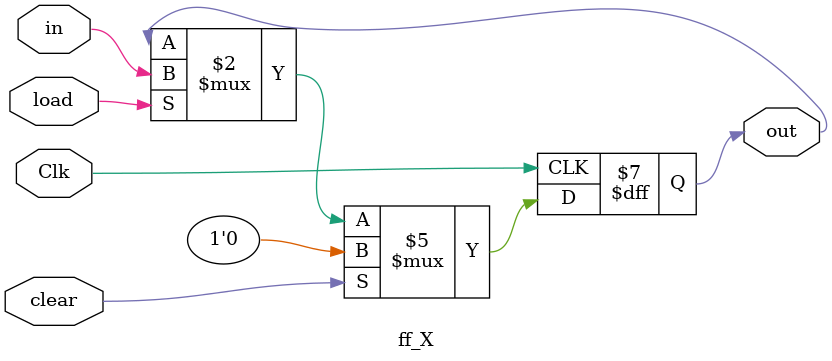
<source format=sv>
module shift_reg_8 (
    input logic [7:0] parallel_in,
    input logic       serial_input,
    input logic       right_shift_enable,
    input logic       clear,
    input logic       load,
    input logic       Clk,
    output logic [7:0] parallel_out
);
    logic [7:0] next;

    always_ff @ (posedge Clk) begin
        parallel_out <= next;
    end

    always_comb begin
        next = parallel_out;
        if(clear) begin
            next = 8'b0;
        end else if (right_shift_enable) begin
            next = { serial_input, parallel_out[7:1] };
        end else if (load) begin
            next = parallel_in;
        end
    end

endmodule

module ff_X (
    input logic in,
    input logic Clk,
    input logic load,
    input logic clear,
    output logic out
);

    always_ff @ (posedge Clk) begin
        out <= out;
        if(clear) begin
            out <= 1'b0;
        end else if (load) begin
            out <= in;
        end
    end

endmodule
</source>
